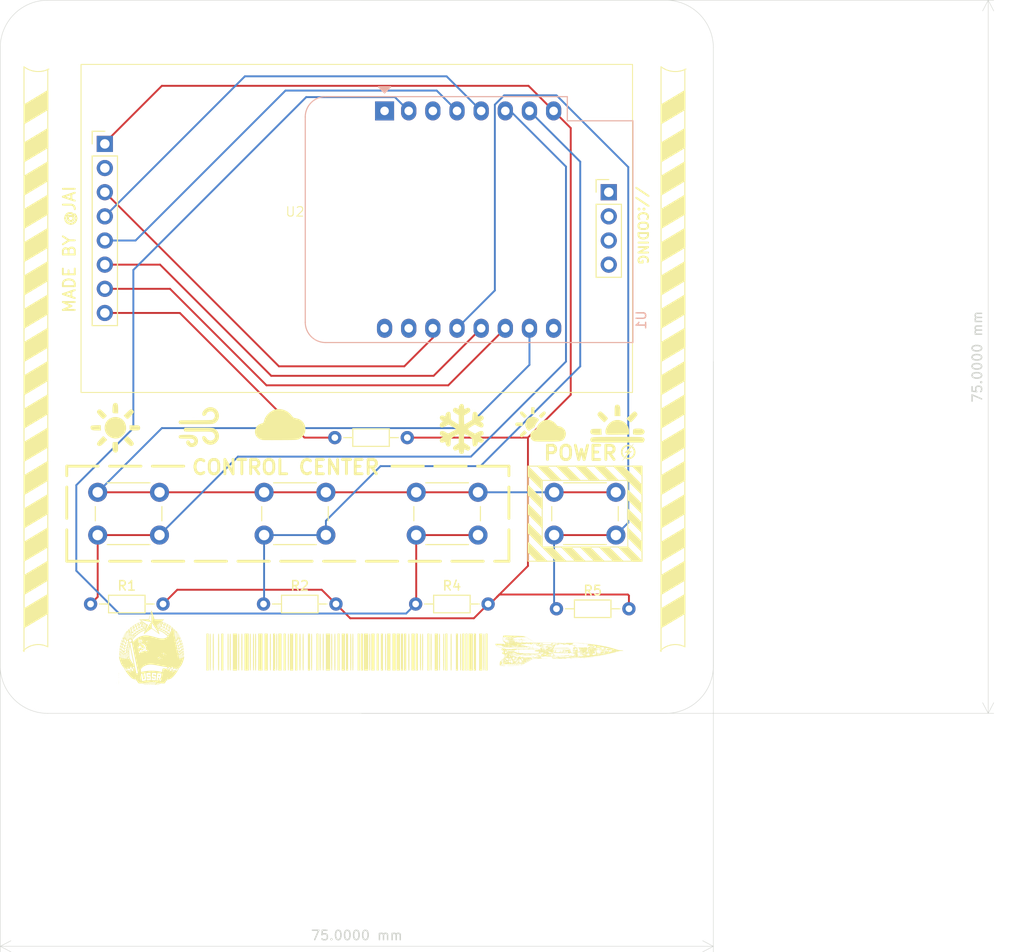
<source format=kicad_pcb>
(kicad_pcb (version 20240108) (generator "pcbnew") (generator_version "8.0")
  (layers (0 "F.Cu" signal) (31 "B.Cu" signal) (34 "B.Paste" user) (35 "F.Paste" user) (36 "B.SilkS" user "B.Silkscreen") (37 "F.SilkS" user "F.Silkscreen") (38 "B.Mask" user) (39 "F.Mask" user) (44 "Edge.Cuts" user))
  (net 0 "")
  (net 1 "LED")
  (net 2 "Net-(U2-LED)")
  (net 3 "BT2")
  (net 4 "GND")
  (net 5 "RESET")
  (net 7 "SCK")
  (net 9 "AO")
  (net 10 "BT3")
  (net 11 "LCD CS")
  (net 13 "BT1")
  (net 14 "MOSI")
  (net 15 "+5V")
  (net 21 "BT4")
  (footprint "Resistor_THT:R_Axial_DIN0204_L3.6mm_D1.6mm_P7.62mm_Horizontal" (layer "F.Cu") (at 143.785 122.5)
    (property "Reference" "R2" (at 3.81 -1.92 0) (layer "F.SilkS"))
    (property "Value" "10kR")
    (pad "1" thru_hole circle (at 0 0) (size 1.4 1.4) (drill 0.7) (layers "*.Cu" "*.Mask") (net 3 "BT2"))
    (pad "2" thru_hole oval (at 7.62 0) (size 1.4 1.4) (drill 0.7) (layers "*.Cu" "*.Mask") (net 1 "LED"))
  )
  (footprint "LOGO" (layer "F.Cu") (at 182.095 106.5)
    (property "Reference" "G***" (hide yes))
    (property "Value" "LOGO" (hide yes))
  )
  (footprint "Button_Switch_THT:SW_PUSH_6mm_H5mm" (layer "F.Cu") (at 174.345 110.75)
    (property "Reference" "SW4" (hide yes))
    (property "Value" "SW_Push")
    (pad "1" thru_hole circle (at 0 0 90) (size 2 2) (drill 1.1) (layers "*.Cu" "*.Mask") (net 4 "GND"))
    (pad "1" thru_hole circle (at 6.5 0 90) (size 2 2) (drill 1.1) (layers "*.Cu" "*.Mask") (net 4 "GND"))
    (pad "2" thru_hole circle (at 0 4.5 90) (size 2 2) (drill 1.1) (layers "*.Cu" "*.Mask") (net 21 "BT4"))
    (pad "2" thru_hole circle (at 6.5 4.5 90) (size 2 2) (drill 1.1) (layers "*.Cu" "*.Mask") (net 21 "BT4"))
  )
  (footprint "asylum-weather:TFT_ST7735_SD" (layer "F.Cu") (at 147.095 82.75)
    (property "Reference" "U2" (at 0 -1.5 0) (layer "F.SilkS") (effects (font (thickness 0.1))))
    (property "Value" "TFT_ST7735_SD")
    (pad "" np_thru_hole circle (at -19.5 -14) (size 3.2 3.2) (drill 3.2) (layers "*.Cu" "*.Mask"))
    (pad "" np_thru_hole circle (at -19.5 14.5) (size 3.2 3.2) (drill 3.2) (layers "*.Cu" "*.Mask"))
    (pad "" np_thru_hole circle (at 32.5 -14) (size 3.2 3.2) (drill 3.2) (layers "*.Cu" "*.Mask"))
    (pad "" np_thru_hole circle (at 32.5 14.5) (size 3.2 3.2) (drill 3.2) (layers "*.Cu" "*.Mask"))
    (pad "1" thru_hole rect (at -20 -8.64) (size 1.7 1.7) (drill 1) (layers "*.Cu" "*.Mask") (net 1 "LED"))
    (pad "2" thru_hole oval (at -20 -6.1) (size 1.7 1.7) (drill 1) (layers "*.Cu" "*.Mask"))
    (pad "3" thru_hole oval (at -20 -3.56) (size 1.7 1.7) (drill 1) (layers "*.Cu" "*.Mask") (net 11 "LCD CS"))
    (pad "4" thru_hole oval (at -20 -1.02) (size 1.7 1.7) (drill 1) (layers "*.Cu" "*.Mask") (net 5 "RESET"))
    (pad "5" thru_hole oval (at -20 1.52) (size 1.7 1.7) (drill 1) (layers "*.Cu" "*.Mask") (net 9 "AO"))
    (pad "6" thru_hole oval (at -20 4.06) (size 1.7 1.7) (drill 1) (layers "*.Cu" "*.Mask") (net 14 "MOSI"))
    (pad "7" thru_hole oval (at -20 6.6) (size 1.7 1.7) (drill 1) (layers "*.Cu" "*.Mask") (net 7 "SCK"))
    (pad "8" thru_hole oval (at -20 9.14) (size 1.7 1.7) (drill 1) (layers "*.Cu" "*.Mask") (net 2 "Net-(U2-LED)"))
    (pad "9" thru_hole rect (at 33 -3.56) (size 1.7 1.7) (drill 1) (layers "*.Cu" "*.Mask"))
    (pad "10" thru_hole oval (at 33 -1.02) (size 1.7 1.7) (drill 1) (layers "*.Cu" "*.Mask"))
    (pad "11" thru_hole oval (at 33 1.52) (size 1.7 1.7) (drill 1) (layers "*.Cu" "*.Mask"))
    (pad "12" thru_hole oval (at 33 4.06) (size 1.7 1.7) (drill 1) (layers "*.Cu" "*.Mask"))
  )
  (footprint "Button_Switch_THT:SW_PUSH_6mm_H5mm" (layer "F.Cu") (at 126.345 110.75)
    (property "Reference" "SW1" (hide yes))
    (property "Value" "SW_Push")
    (pad "1" thru_hole circle (at 0 0 90) (size 2 2) (drill 1.1) (layers "*.Cu" "*.Mask") (net 4 "GND"))
    (pad "1" thru_hole circle (at 6.5 0 90) (size 2 2) (drill 1.1) (layers "*.Cu" "*.Mask") (net 4 "GND"))
    (pad "2" thru_hole circle (at 0 4.5 90) (size 2 2) (drill 1.1) (layers "*.Cu" "*.Mask") (net 13 "BT1"))
    (pad "2" thru_hole circle (at 6.5 4.5 90) (size 2 2) (drill 1.1) (layers "*.Cu" "*.Mask") (net 13 "BT1"))
  )
  (footprint "" (layer "F.Cu") (at 187.095 64)
    (property "Reference" "" (at 0 0 0) (layer "F.SilkS") (effects (font (size 1.27 1.27))))
    (property "Value" "")
    (pad "" np_thru_hole circle (at 0 0) (size 3.2 3.2) (drill 3.2) (layers "*.Cu" "*.Mask"))
  )
  (footprint "Resistor_THT:R_Axial_DIN0204_L3.6mm_D1.6mm_P7.62mm_Horizontal" (layer "F.Cu") (at 174.595 123)
    (property "Reference" "R5" (at 3.81 -1.92 0) (layer "F.SilkS"))
    (property "Value" "10kR")
    (pad "1" thru_hole circle (at 0 0) (size 1.4 1.4) (drill 0.7) (layers "*.Cu" "*.Mask") (net 21 "BT4"))
    (pad "2" thru_hole oval (at 7.62 0) (size 1.4 1.4) (drill 0.7) (layers "*.Cu" "*.Mask") (net 1 "LED"))
  )
  (footprint "Button_Switch_THT:SW_PUSH_6mm_H5mm" (layer "F.Cu") (at 159.845 110.75)
    (property "Reference" "SW3" (hide yes))
    (property "Value" "SW_Push")
    (pad "1" thru_hole circle (at 0 0 90) (size 2 2) (drill 1.1) (layers "*.Cu" "*.Mask") (net 4 "GND"))
    (pad "1" thru_hole circle (at 6.5 0 90) (size 2 2) (drill 1.1) (layers "*.Cu" "*.Mask") (net 4 "GND"))
    (pad "2" thru_hole circle (at 0 4.5 90) (size 2 2) (drill 1.1) (layers "*.Cu" "*.Mask") (net 10 "BT3"))
    (pad "2" thru_hole circle (at 6.5 4.5 90) (size 2 2) (drill 1.1) (layers "*.Cu" "*.Mask") (net 10 "BT3"))
  )
  (footprint "LOGO" (layer "F.Cu") (at 181.095 103.5)
    (property "Reference" "G***" (hide yes))
    (property "Value" "LOGO" (hide yes))
  )
  (footprint "LOGO" (layer "F.Cu") (at 132.095 127)
    (property "Reference" "G***" (hide yes))
    (property "Value" "LOGO" (hide yes))
  )
  (footprint "" (layer "F.Cu") (at 120.095 129)
    (property "Reference" "" (at 0 0 0) (layer "F.SilkS") (effects (font (size 1.27 1.27))))
    (property "Value" "")
    (pad "" np_thru_hole circle (at 0 0) (size 3.2 3.2) (drill 3.2) (layers "*.Cu" "*.Mask"))
  )
  (footprint "LOGO" (layer "F.Cu") (at 137.095 104)
    (property "Reference" "G***" (hide yes))
    (property "Value" "LOGO" (hide yes))
  )
  (footprint "LOGO" (layer "F.Cu") (at 173.095 103.5)
    (property "Reference" "G***" (hide yes))
    (property "Value" "LOGO" (hide yes))
  )
  (footprint "Resistor_THT:R_Axial_DIN0204_L3.6mm_D1.6mm_P7.62mm_Horizontal" (layer "F.Cu") (at 125.595 122.5)
    (property "Reference" "R1" (at 3.81 -1.92 0) (layer "F.SilkS"))
    (property "Value" "10kR")
    (pad "1" thru_hole circle (at 0 0) (size 1.4 1.4) (drill 0.7) (layers "*.Cu" "*.Mask") (net 13 "BT1"))
    (pad "2" thru_hole oval (at 7.62 0) (size 1.4 1.4) (drill 0.7) (layers "*.Cu" "*.Mask") (net 1 "LED"))
  )
  (footprint "Resistor_THT:R_Axial_DIN0204_L3.6mm_D1.6mm_P7.62mm_Horizontal" (layer "F.Cu") (at 159.785 122.5)
    (property "Reference" "R4" (at 3.81 -1.92 0) (layer "F.SilkS"))
    (property "Value" "10kR")
    (pad "1" thru_hole circle (at 0 0) (size 1.4 1.4) (drill 0.7) (layers "*.Cu" "*.Mask") (net 10 "BT3"))
    (pad "2" thru_hole oval (at 7.62 0) (size 1.4 1.4) (drill 0.7) (layers "*.Cu" "*.Mask") (net 1 "LED"))
  )
  (footprint "LOGO" (layer "F.Cu") (at 175.095 127.5 -90)
    (property "Reference" "G***" (hide yes))
    (property "Value" "LOGO" (hide yes))
  )
  (footprint "LOGO" (layer "F.Cu") (at 152.595 127.5)
    (property "Reference" "G***" (hide yes))
    (property "Value" "LOGO" (hide yes))
  )
  (footprint "Button_Switch_THT:SW_PUSH_6mm_H5mm" (layer "F.Cu") (at 143.845 110.75)
    (property "Reference" "SW2" (hide yes))
    (property "Value" "SW_Push")
    (pad "1" thru_hole circle (at 0 0 90) (size 2 2) (drill 1.1) (layers "*.Cu" "*.Mask") (net 4 "GND"))
    (pad "1" thru_hole circle (at 6.5 0 90) (size 2 2) (drill 1.1) (layers "*.Cu" "*.Mask") (net 4 "GND"))
    (pad "2" thru_hole circle (at 0 4.5 90) (size 2 2) (drill 1.1) (layers "*.Cu" "*.Mask") (net 3 "BT2"))
    (pad "2" thru_hole circle (at 6.5 4.5 90) (size 2 2) (drill 1.1) (layers "*.Cu" "*.Mask") (net 3 "BT2"))
  )
  (footprint "LOGO" (layer "F.Cu") (at 145.595 103.5)
    (property "Reference" "G***" (hide yes))
    (property "Value" "LOGO" (hide yes))
  )
  (footprint "LOGO" (layer "F.Cu") (at 128.095 104)
    (property "Reference" "G***" (hide yes))
    (property "Value" "LOGO" (hide yes))
  )
  (footprint "" (layer "F.Cu") (at 120.095 64)
    (property "Reference" "" (at 0 0 0) (layer "F.SilkS") (effects (font (size 1.27 1.27))))
    (property "Value" "")
    (pad "" np_thru_hole circle (at 0 0) (size 3.2 3.2) (drill 3.2) (layers "*.Cu" "*.Mask"))
  )
  (footprint "Resistor_THT:R_Axial_DIN0204_L3.6mm_D1.6mm_P7.62mm_Horizontal" (layer "F.Cu") (at 151.285 105)
    (property "Reference" "R3" (hide yes))
    (property "Value" "10R")
    (pad "1" thru_hole circle (at 0 0) (size 1.4 1.4) (drill 0.7) (layers "*.Cu" "*.Mask") (net 2 "Net-(U2-LED)"))
    (pad "2" thru_hole oval (at 7.62 0) (size 1.4 1.4) (drill 0.7) (layers "*.Cu" "*.Mask") (net 1 "LED"))
  )
  (footprint "LOGO" (layer "F.Cu") (at 164.595 104)
    (property "Reference" "G***" (hide yes))
    (property "Value" "LOGO" (hide yes))
  )
  (footprint "" (layer "F.Cu") (at 187.095 129)
    (property "Reference" "" (at 0 0 0) (layer "F.SilkS") (effects (font (size 1.27 1.27))))
    (property "Value" "")
    (pad "" np_thru_hole circle (at 0 0) (size 3.2 3.2) (drill 3.2) (layers "*.Cu" "*.Mask"))
  )
  (footprint "RF_Module:WEMOS_D1_mini_light" (layer "B.Cu") (at 156.515 70.64 -90)
    (property "Reference" "U1" (at 22 -27 90) (layer "B.SilkS") (effects (justify mirror)))
    (property "Value" "WEMOS_C3_Mini")
    (pad "1" thru_hole rect (at 0 0 270) (size 2 2) (drill 0.9) (layers "*.Cu" "*.Mask"))
    (pad "2" thru_hole oval (at 0 -2.54 270) (size 2 1.6) (drill 0.9) (layers "*.Cu" "*.Mask") (net 10 "BT3"))
    (pad "3" thru_hole oval (at 0 -5.08 270) (size 2 1.6) (drill 0.9) (layers "*.Cu" "*.Mask"))
    (pad "4" thru_hole oval (at 0 -7.62 270) (size 2 1.6) (drill 0.9) (layers "*.Cu" "*.Mask") (net 9 "AO"))
    (pad "5" thru_hole oval (at 0 -10.16 270) (size 2 1.6) (drill 0.9) (layers "*.Cu" "*.Mask") (net 5 "RESET"))
    (pad "6" thru_hole oval (at 0 -12.7 270) (size 2 1.6) (drill 0.9) (layers "*.Cu" "*.Mask") (net 13 "BT1"))
    (pad "7" thru_hole oval (at 0 -15.24 270) (size 2 1.6) (drill 0.9) (layers "*.Cu" "*.Mask") (net 3 "BT2"))
    (pad "8" thru_hole oval (at 0 -17.78 270) (size 2 1.6) (drill 0.9) (layers "*.Cu" "*.Mask") (net 1 "LED"))
    (pad "9" thru_hole oval (at 22.86 -17.78 270) (size 2 1.6) (drill 0.9) (layers "*.Cu" "*.Mask") (net 15 "+5V"))
    (pad "10" thru_hole oval (at 22.86 -15.24 270) (size 2 1.6) (drill 0.9) (layers "*.Cu" "*.Mask") (net 4 "GND"))
    (pad "11" thru_hole oval (at 22.86 -12.7 270) (size 2 1.6) (drill 0.9) (layers "*.Cu" "*.Mask") (net 7 "SCK"))
    (pad "12" thru_hole oval (at 22.86 -10.16 270) (size 2 1.6) (drill 0.9) (layers "*.Cu" "*.Mask") (net 14 "MOSI"))
    (pad "13" thru_hole oval (at 22.86 -7.62 270) (size 2 1.6) (drill 0.9) (layers "*.Cu" "*.Mask") (net 21 "BT4"))
    (pad "14" thru_hole oval (at 22.86 -5.08 270) (size 2 1.6) (drill 0.9) (layers "*.Cu" "*.Mask") (net 11 "LCD CS"))
    (pad "15" thru_hole oval (at 22.86 -2.54 270) (size 2 1.6) (drill 0.9) (layers "*.Cu" "*.Mask"))
    (pad "16" thru_hole oval (at 22.86 0 270) (size 2 1.6) (drill 0.9) (layers "*.Cu" "*.Mask"))
  )
  (gr_poly (pts (xy 182.095 108.5) (xy 182.095 109.5) (xy 183.595 111) (xy 183.595 110)) (stroke (width 0.1)) (fill solid) (layer "F.SilkS"))
  (gr_poly (pts (xy 121.095 100.5) (xy 121.095 102.5) (xy 118.595 104) (xy 118.595 102)) (stroke (width 0.1)) (fill solid) (layer "F.SilkS"))
  (gr_poly (pts (xy 121.095 86.5) (xy 121.095 88.5) (xy 118.595 90) (xy 118.595 88)) (stroke (width 0.1)) (fill solid) (layer "F.SilkS"))
  (gr_arc (start 121.213034 66.236068) (mid 119.870486 66.489898) (end 118.595 66) (stroke (width 0.1)) (layer "F.SilkS"))
  (gr_poly (pts (xy 121.095 121.5) (xy 121.095 123.5) (xy 118.595 125) (xy 118.595 123)) (stroke (width 0.1)) (fill solid) (layer "F.SilkS"))
  (gr_poly (pts (xy 188.095 104) (xy 188.095 106) (xy 185.595 107.5) (xy 185.595 105.5)) (stroke (width 0.1)) (fill solid) (layer "F.SilkS"))
  (gr_poly (pts (xy 121.095 107.5) (xy 121.095 109.5) (xy 118.595 111) (xy 118.595 109)) (stroke (width 0.1)) (fill solid) (layer "F.SilkS"))
  (gr_poly (pts (xy 188.095 93.5) (xy 188.095 95.5) (xy 185.595 97) (xy 185.595 95)) (stroke (width 0.1)) (fill solid) (layer "F.SilkS"))
  (gr_poly (pts (xy 180.595 108) (xy 181.595 108) (xy 182.595 109) (xy 182.095 109.5)) (stroke (width 0.1)) (fill solid) (layer "F.SilkS"))
  (gr_poly (pts (xy 188.095 83) (xy 188.095 85) (xy 185.595 86.5) (xy 185.595 84.5)) (stroke (width 0.1)) (fill solid) (layer "F.SilkS"))
  (gr_poly (pts (xy 188.095 118) (xy 188.095 120) (xy 185.595 121.5) (xy 185.595 119.5)) (stroke (width 0.1)) (fill solid) (layer "F.SilkS"))
  (gr_poly (pts (xy 188.095 86.5) (xy 188.095 88.5) (xy 185.595 90) (xy 185.595 88)) (stroke (width 0.1)) (fill solid) (layer "F.SilkS"))
  (gr_poly (pts (xy 171.595 110) (xy 171.595 111) (xy 173.095 112.5) (xy 173.095 111.5)) (stroke (width 0.1)) (fill solid) (layer "F.SilkS"))
  (gr_poly (pts (xy 173.095 110.5) (xy 173.095 109.5) (xy 171.595 108) (xy 171.595 109)) (stroke (width 0.1)) (fill solid) (layer "F.SilkS"))
  (gr_poly (pts (xy 188.095 114.5) (xy 188.095 116.5) (xy 185.595 118) (xy 185.595 116)) (stroke (width 0.1)) (fill solid) (layer "F.SilkS"))
  (gr_rect (start 173.095 109.5) (end 182.095 116.5) (stroke (width 0.1)) (fill none) (layer "F.SilkS"))
  (gr_poly (pts (xy 181.095 116.5) (xy 182.095 116.5) (xy 183.595 118) (xy 182.595 118)) (stroke (width 0.1)) (fill solid) (layer "F.SilkS"))
  (gr_poly (pts (xy 177.095 116.5) (xy 178.095 116.5) (xy 179.595 118) (xy 178.595 118)) (stroke (width 0.1)) (fill solid) (layer "F.SilkS"))
  (gr_poly (pts (xy 171.595 112) (xy 171.595 113) (xy 173.095 114.5) (xy 173.095 113.5)) (stroke (width 0.1)) (fill solid) (layer "F.SilkS"))
  (gr_poly (pts (xy 188.095 121.5) (xy 188.095 123.5) (xy 185.595 125) (xy 185.595 123)) (stroke (width 0.1)) (fill solid) (layer "F.SilkS"))
  (gr_poly (pts (xy 182.095 110.5) (xy 182.095 111.5) (xy 183.595 113) (xy 183.595 112)) (stroke (width 0.1)) (fill solid) (layer "F.SilkS"))
  (gr_poly (pts (xy 121.095 72.5) (xy 121.095 74.5) (xy 118.595 76) (xy 118.595 74)) (stroke (width 0.1)) (fill solid) (layer "F.SilkS"))
  (gr_poly (pts (xy 175.095 116.5) (xy 176.095 116.5) (xy 177.595 118) (xy 176.595 118)) (stroke (width 0.1)) (fill solid) (layer "F.SilkS"))
  (gr_poly (pts (xy 188.095 100.5) (xy 188.095 102.5) (xy 185.595 104) (xy 185.595 102)) (stroke (width 0.1)) (fill solid) (layer "F.SilkS"))
  (gr_poly (pts (xy 188.095 79.5) (xy 188.095 81.5) (xy 185.595 83) (xy 185.595 81)) (stroke (width 0.1)) (fill solid) (layer "F.SilkS"))
  (gr_poly (pts (xy 185.595 72) (xy 185.595 70) (xy 188.095 68.5) (xy 188.095 70.5)) (stroke (width 0.1)) (fill solid) (layer "F.SilkS"))
  (gr_poly (pts (xy 171.595 114) (xy 171.595 115) (xy 173.095 116.5) (xy 173.095 115.5)) (stroke (width 0.1)) (fill solid) (layer "F.SilkS"))
  (gr_poly (pts (xy 179.095 116.5) (xy 180.095 116.5) (xy 181.595 118) (xy 180.595 118)) (stroke (width 0.1)) (fill solid) (layer "F.SilkS"))
  (gr_arc (start 118.513862 127.418862) (mid 119.736822 126.792806) (end 121.095 127.000001) (stroke (width 0.1)) (layer "F.SilkS"))
  (gr_poly (pts (xy 121.095 79.5) (xy 121.095 81.5) (xy 118.595 83) (xy 118.595 81)) (stroke (width 0.1)) (fill solid) (layer "F.SilkS"))
  (gr_poly (pts (xy 121.095 111) (xy 121.095 113) (xy 118.595 114.5) (xy 118.595 112.5)) (stroke (width 0.1)) (fill solid) (layer "F.SilkS"))
  (gr_poly (pts (xy 178.595 108) (xy 179.595 108) (xy 181.095 109.5) (xy 180.095 109.5)) (stroke (width 0.1)) (fill solid) (layer "F.SilkS"))
  (gr_poly (pts (xy 188.095 90) (xy 188.095 92) (xy 185.595 93.5) (xy 185.595 91.5)) (stroke (width 0.1)) (fill solid) (layer "F.SilkS"))
  (gr_poly (pts (xy 182.095 114.5) (xy 182.095 115.5) (xy 183.595 117) (xy 183.595 116)) (stroke (width 0.1)) (fill solid) (layer "F.SilkS"))
  (gr_poly (pts (xy 188.095 76) (xy 188.095 78) (xy 185.595 79.5) (xy 185.595 77.5)) (stroke (width 0.1)) (fill solid) (layer "F.SilkS"))
  (gr_poly (pts (xy 171.595 117) (xy 172.595 117) (xy 173.595 118) (xy 172.595 118)) (stroke (width 0.1)) (fill solid) (layer "F.SilkS"))
  (gr_poly (pts (xy 182.595 108) (xy 183.595 109) (xy 183.595 108)) (stroke (width 0.1)) (fill solid) (layer "F.SilkS"))
  (gr_poly (pts (xy 121.095 114.5) (xy 121.095 116.5) (xy 118.595 118) (xy 118.595 116)) (stroke (width 0.1)) (fill solid) (layer "F.SilkS"))
  (gr_line (start 185.595 127.5) (end 185.595 66) (stroke (width 0.1)) (layer "F.SilkS"))
  (gr_poly (pts (xy 188.095 72.5) (xy 188.095 74.5) (xy 185.595 76) (xy 185.595 74)) (stroke (width 0.1)) (fill solid) (layer "F.SilkS"))
  (gr_line (start 123.095 118) (end 169.595 118) (stroke (width 0.3) (type dash)) (layer "F.SilkS"))
  (gr_poly (pts (xy 121.095 76) (xy 121.095 78) (xy 118.595 79.5) (xy 118.595 77.5)) (stroke (width 0.1)) (fill solid) (layer "F.SilkS"))
  (gr_line (start 169.595 118) (end 169.595 108) (stroke (width 0.3) (type dash)) (layer "F.SilkS"))
  (gr_line (start 121.095 127) (end 121.095 66.25) (stroke (width 0.1)) (layer "F.SilkS"))
  (gr_line (start 123.095 108) (end 135.595 108) (stroke (width 0.3) (type dash)) (layer "F.SilkS"))
  (gr_poly (pts (xy 121.095 83) (xy 121.095 85) (xy 118.595 86.5) (xy 118.595 84.5)) (stroke (width 0.1)) (fill solid) (layer "F.SilkS"))
  (gr_poly (pts (xy 171.595 116) (xy 171.595 117) (xy 172.595 118) (xy 172.595 117)) (stroke (width 0.1)) (fill solid) (layer "F.SilkS"))
  (gr_line (start 169.595 108) (end 157.095 108) (stroke (width 0.3) (type dash)) (layer "F.SilkS"))
  (gr_rect (start 171.595 108) (end 183.595 118) (stroke (width 0.1)) (fill none) (layer "F.SilkS"))
  (gr_poly (pts (xy 121.095 93.5) (xy 121.095 95.5) (xy 118.595 97) (xy 118.595 95)) (stroke (width 0.1)) (fill solid) (layer "F.SilkS"))
  (gr_line (start 188.095 127) (end 188.095 66.25) (stroke (width 0.1)) (layer "F.SilkS"))
  (gr_arc (start 185.513862 127.418862) (mid 186.736822 126.792806) (end 188.095 127.000001) (stroke (width 0.1)) (layer "F.SilkS"))
  (gr_arc (start 188.213034 66.236068) (mid 186.870486 66.489898) (end 185.595 66) (stroke (width 0.1)) (layer "F.SilkS"))
  (gr_poly (pts (xy 121.095 90) (xy 121.095 92) (xy 118.595 93.5) (xy 118.595 91.5)) (stroke (width 0.1)) (fill solid) (layer "F.SilkS"))
  (gr_poly (pts (xy 188.095 111) (xy 188.095 113) (xy 185.595 114.5) (xy 185.595 112.5)) (stroke (width 0.1)) (fill solid) (layer "F.SilkS"))
  (gr_poly (pts (xy 172.595 108) (xy 173.595 108) (xy 175.095 109.5) (xy 174.095 109.5)) (stroke (width 0.1)) (fill solid) (layer "F.SilkS"))
  (gr_poly (pts (xy 176.595 108) (xy 177.595 108) (xy 179.095 109.5) (xy 178.095 109.5)) (stroke (width 0.1)) (fill solid) (layer "F.SilkS"))
  (gr_poly (pts (xy 121.095 97) (xy 121.095 99) (xy 118.595 100.5) (xy 118.595 98.5)) (stroke (width 0.1)) (fill solid) (layer "F.SilkS"))
  (gr_line (start 118.595 127.5) (end 118.595 66) (stroke (width 0.1)) (layer "F.SilkS"))
  (gr_poly (pts (xy 188.095 107.5) (xy 188.095 109.5) (xy 185.595 111) (xy 185.595 109)) (stroke (width 0.1)) (fill solid) (layer "F.SilkS"))
  (gr_poly (pts (xy 121.095 118) (xy 121.095 120) (xy 118.595 121.5) (xy 118.595 119.5)) (stroke (width 0.1)) (fill solid) (layer "F.SilkS"))
  (gr_poly (pts (xy 173.095 116.5) (xy 174.095 116.5) (xy 175.595 118) (xy 174.595 118)) (stroke (width 0.1)) (fill solid) (layer "F.SilkS"))
  (gr_poly (pts (xy 188.095 97) (xy 188.095 99) (xy 185.595 100.5) (xy 185.595 98.5)) (stroke (width 0.1)) (fill solid) (layer "F.SilkS"))
  (gr_line (start 123.095 118) (end 123.095 108) (stroke (width 0.3) (type dash)) (layer "F.SilkS"))
  (gr_poly (pts (xy 121.095 104) (xy 121.095 106) (xy 118.595 107.5) (xy 118.595 105.5)) (stroke (width 0.1)) (fill solid) (layer "F.SilkS"))
  (gr_poly (pts (xy 118.595 72) (xy 118.595 70) (xy 121.095 68.5) (xy 121.095 70.5)) (stroke (width 0.1)) (fill solid) (layer "F.SilkS"))
  (gr_poly (pts (xy 182.095 112.5) (xy 182.095 113.5) (xy 183.595 115) (xy 183.595 114)) (stroke (width 0.1)) (fill solid) (layer "F.SilkS"))
  (gr_poly (pts (xy 174.595 108) (xy 175.595 108) (xy 177.095 109.5) (xy 176.095 109.5)) (stroke (width 0.1)) (fill solid) (layer "F.SilkS"))
  (gr_line (start 186.095 59) (end 121.095 59) (stroke (width 0.05)) (layer "Edge.Cuts"))
  (gr_line (start 116.095 129) (end 116.095 64) (stroke (width 0.05)) (layer "Edge.Cuts"))
  (gr_line (start 121.095 134) (end 186.095 134) (stroke (width 0.05)) (layer "Edge.Cuts"))
  (gr_arc (start 186.095 59) (mid 189.630534 60.464466) (end 191.095 64) (stroke (width 0.05)) (layer "Edge.Cuts"))
  (gr_arc (start 191.095 129) (mid 189.630534 132.535534) (end 186.095 134) (stroke (width 0.05)) (layer "Edge.Cuts"))
  (gr_arc (start 121.095 134) (mid 117.559466 132.535534) (end 116.095 129) (stroke (width 0.05)) (layer "Edge.Cuts"))
  (gr_line (start 191.095 129) (end 191.095 64) (stroke (width 0.05)) (layer "Edge.Cuts"))
  (gr_arc (start 116.095 64) (mid 117.559466 60.464466) (end 121.095 59) (stroke (width 0.05)) (layer "Edge.Cuts"))
  (gr_text "CONTROL CENTER" (at 136.095 109 0) (layer "F.SilkS") (effects (font (size 1.5 1.5) (thickness 0.3)) (justify left bottom)))
  (gr_text "POWER\n" (at 173.095 107.5 0) (layer "F.SilkS") (effects (font (size 1.5 1.5) (thickness 0.3) (bold yes)) (justify left bottom)))
  (gr_text "MADE BY @JAI" (at 124.095 92 90) (layer "F.SilkS") (effects (font (size 1.25 1.25) (thickness 0.2) (bold yes)) (justify left bottom)))
  (gr_text "//:CODING" (at 183.095 78.5 270) (layer "F.SilkS") (effects (font (size 1 1) (thickness 0.2) (bold yes)) (justify left bottom)))
  (dimension (type aligned) (layer "Edge.Cuts") (pts (xy 153.595 134) (xy 153.595 59)) (height 66.405) (gr_text "75.0000 mm" (at 218.85 96.5 90) (layer "Edge.Cuts") (effects (font (size 1 1) (thickness 0.15)))) (format (prefix "") (suffix "") (units 3) (units_format 1) (precision 4)) (style (thickness 0.05) (arrow_length 1.27) (text_position_mode 0) (extension_height 0.58642) (extension_offset 0.5) keep_text_aligned))
  (dimension (type aligned) (layer "Edge.Cuts") (pts (xy 191.095 96.5) (xy 116.095 96.5)) (height -62) (gr_text "75.0000 mm" (at 153.595 157.35 0) (layer "Edge.Cuts") (effects (font (size 1 1) (thickness 0.15)))) (format (prefix "") (suffix "") (units 3) (units_format 1) (precision 4)) (style (thickness 0.05) (arrow_length 1.27) (text_position_mode 0) (extension_height 0.58642) (extension_offset 0.5) keep_text_aligned))
  (segment (start 127.095 74.11) (end 127.095 74) (width 0.2) (layer "F.Cu") (net 1))
  (segment (start 165.905 124) (end 167.405 122.5) (width 0.2) (layer "F.Cu") (net 1))
  (segment (start 133.095 68) (end 171.655 68) (width 0.2) (layer "F.Cu") (net 1))
  (segment (start 149.905 121) (end 151.405 122.5) (width 0.2) (layer "F.Cu") (net 1))
  (segment (start 151.405 122.5) (end 152.905 124) (width 0.2) (layer "F.Cu") (net 1))
  (segment (start 171.595 105) (end 171.595 118.5) (width 0.2) (layer "F.Cu") (net 1))
  (segment (start 134.715 121) (end 149.905 121) (width 0.2) (layer "F.Cu") (net 1))
  (segment (start 176.095 72.44) (end 176.095 100.5) (width 0.2) (layer "F.Cu") (net 1))
  (segment (start 168.345 121.75) (end 168.595 121.5) (width 0.2) (layer "F.Cu") (net 1))
  (segment (start 171.655 68) (end 174.295 70.64) (width 0.2) (layer "F.Cu") (net 1))
  (segment (start 167.405 122.5) (end 167.595 122.5) (width 0.2) (layer "F.Cu") (net 1))
  (segment (start 127.095 74) (end 133.095 68) (width 0.2) (layer "F.Cu") (net 1))
  (segment (start 167.595 122.5) (end 168.345 121.75) (width 0.2) (layer "F.Cu") (net 1))
  (segment (start 182.095 121.5) (end 182.215 121.62) (width 0.2) (layer "F.Cu") (net 1))
  (segment (start 171.595 118.5) (end 168.345 121.75) (width 0.2) (layer "F.Cu") (net 1))
  (segment (start 152.905 124) (end 165.905 124) (width 0.2) (layer "F.Cu") (net 1))
  (segment (start 176.095 100.5) (end 171.595 105) (width 0.2) (layer "F.Cu") (net 1))
  (segment (start 168.595 121.5) (end 182.095 121.5) (width 0.2) (layer "F.Cu") (net 1))
  (segment (start 182.215 121.62) (end 182.215 123) (width 0.2) (layer "F.Cu") (net 1))
  (segment (start 133.215 122.5) (end 134.715 121) (width 0.2) (layer "F.Cu") (net 1))
  (segment (start 174.295 70.64) (end 176.095 72.44) (width 0.2) (layer "F.Cu") (net 1))
  (segment (start 171.595 105) (end 158.905 105) (width 0.2) (layer "F.Cu") (net 1))
  (segment (start 148.095 105) (end 151.285 105) (width 0.2) (layer "F.Cu") (net 2))
  (segment (start 127.095 91.89) (end 134.985 91.89) (width 0.2) (layer "F.Cu") (net 2))
  (segment (start 134.985 91.89) (end 148.095 105) (width 0.2) (layer "F.Cu") (net 2))
  (segment (start 156.095 108) (end 150.345 113.75) (width 0.2) (layer "B.Cu") (net 3))
  (segment (start 143.845 115.25) (end 143.845 122.44) (width 0.2) (layer "B.Cu") (net 3))
  (segment (start 166.602716 108) (end 156.095 108) (width 0.2) (layer "B.Cu") (net 3))
  (segment (start 150.345 113.75) (end 150.345 115.25) (width 0.2) (layer "B.Cu") (net 3))
  (segment (start 143.845 122.44) (end 143.785 122.5) (width 0.2) (layer "B.Cu") (net 3))
  (segment (start 150.345 115.25) (end 143.845 115.25) (width 0.2) (layer "B.Cu") (net 3))
  (segment (start 177.095 97.507716) (end 166.602716 108) (width 0.2) (layer "B.Cu") (net 3))
  (segment (start 171.755 70.64) (end 177.095 75.98) (width 0.2) (layer "B.Cu") (net 3))
  (segment (start 177.095 75.98) (end 177.095 97.507716) (width 0.2) (layer "B.Cu") (net 3))
  (segment (start 150.345 110.75) (end 143.845 110.75) (width 0.2) (layer "F.Cu") (net 4))
  (segment (start 174.345 110.75) (end 180.845 110.75) (width 0.2) (layer "F.Cu") (net 4))
  (segment (start 159.845 110.75) (end 166.345 110.75) (width 0.2) (layer "F.Cu") (net 4))
  (segment (start 132.845 110.75) (end 126.345 110.75) (width 0.2) (layer "F.Cu") (net 4))
  (segment (start 143.845 110.75) (end 132.845 110.75) (width 0.2) (layer "F.Cu") (net 4))
  (segment (start 150.345 110.75) (end 159.845 110.75) (width 0.2) (layer "F.Cu") (net 4))
  (segment (start 166.345 110.75) (end 174.345 110.75) (width 0.2) (layer "B.Cu") (net 4))
  (segment (start 133.095 104) (end 126.345 110.75) (width 0.2) (layer "B.Cu") (net 4))
  (segment (start 171.755 93.5) (end 171.755 97.34) (width 0.2) (layer "B.Cu") (net 4))
  (segment (start 171.755 97.34) (end 165.095 104) (width 0.2) (layer "B.Cu") (net 4))
  (segment (start 165.095 104) (end 133.095 104) (width 0.2) (layer "B.Cu") (net 4))
  (segment (start 141.825 67) (end 163.035 67) (width 0.2) (layer "B.Cu") (net 5))
  (segment (start 163.035 67) (end 166.675 70.64) (width 0.2) (layer "B.Cu") (net 5))
  (segment (start 127.095 81.73) (end 141.825 67) (width 0.2) (layer "B.Cu") (net 5))
  (segment (start 163.215 99.5) (end 169.215 93.5) (width 0.2) (layer "F.Cu") (net 7))
  (segment (start 144.095 99.5) (end 163.215 99.5) (width 0.2) (layer "F.Cu") (net 7))
  (segment (start 133.945 89.35) (end 144.095 99.5) (width 0.2) (layer "F.Cu") (net 7))
  (segment (start 127.095 89.35) (end 133.945 89.35) (width 0.2) (layer "F.Cu") (net 7))
  (segment (start 146.095 68.5) (end 161.995 68.5) (width 0.2) (layer "B.Cu") (net 9))
  (segment (start 127.095 84.27) (end 130.325 84.27) (width 0.2) (layer "B.Cu") (net 9))
  (segment (start 161.995 68.5) (end 164.135 70.64) (width 0.2) (layer "B.Cu") (net 9))
  (segment (start 130.325 84.27) (end 146.095 68.5) (width 0.2) (layer "B.Cu") (net 9))
  (segment (start 159.845 115.25) (end 166.345 115.25) (width 0.2) (layer "F.Cu") (net 10))
  (segment (start 159.845 115.25) (end 159.845 122.44) (width 0.2) (layer "F.Cu") (net 10))
  (segment (start 159.845 122.44) (end 159.785 122.5) (width 0.2) (layer "F.Cu") (net 10))
  (segment (start 124.095 110) (end 124.095 119) (width 0.2) (layer "B.Cu") (net 10))
  (segment (start 130.095 104) (end 124.095 110) (width 0.2) (layer "B.Cu") (net 10))
  (segment (start 130.095 87.368578) (end 130.095 104) (width 0.2) (layer "B.Cu") (net 10))
  (segment (start 157.605 69.19) (end 148.273578 69.19) (width 0.2) (layer "B.Cu") (net 10))
  (segment (start 159.055 70.64) (end 157.605 69.19) (width 0.2) (layer "B.Cu") (net 10))
  (segment (start 158.785 123.5) (end 159.785 122.5) (width 0.2) (layer "B.Cu") (net 10))
  (segment (start 124.095 119) (end 128.595 123.5) (width 0.2) (layer "B.Cu") (net 10))
  (segment (start 128.595 123.5) (end 158.785 123.5) (width 0.2) (layer "B.Cu") (net 10))
  (segment (start 148.273578 69.19) (end 130.095 87.368578) (width 0.2) (layer "B.Cu") (net 10))
  (segment (start 145.405 97.5) (end 158.595 97.5) (width 0.2) (layer "F.Cu") (net 11))
  (segment (start 161.595 94.5) (end 161.595 93.5) (width 0.2) (layer "F.Cu") (net 11))
  (segment (start 158.595 97.5) (end 161.595 94.5) (width 0.2) (layer "F.Cu") (net 11))
  (segment (start 127.095 79.19) (end 145.405 97.5) (width 0.2) (layer "F.Cu") (net 11))
  (segment (start 126.345 121.75) (end 125.595 122.5) (width 0.2) (layer "F.Cu") (net 13))
  (segment (start 126.345 115.25) (end 126.345 121.75) (width 0.2) (layer "F.Cu") (net 13))
  (segment (start 126.345 115.25) (end 132.845 115.25) (width 0.2) (layer "F.Cu") (net 13))
  (segment (start 141.095 107) (end 132.845 115.25) (width 0.2) (layer "B.Cu") (net 13))
  (segment (start 175.595 76.5) (end 175.595 97) (width 0.2) (layer "B.Cu") (net 13))
  (segment (start 175.595 97) (end 165.595 107) (width 0.2) (layer "B.Cu") (net 13))
  (segment (start 165.595 107) (end 141.095 107) (width 0.2) (layer "B.Cu") (net 13))
  (segment (start 169.735 70.64) (end 175.595 76.5) (width 0.2) (layer "B.Cu") (net 13))
  (segment (start 169.215 70.64) (end 169.735 70.64) (width 0.2) (layer "B.Cu") (net 13))
  (segment (start 132.905 86.81) (end 144.595 98.5) (width 0.2) (layer "F.Cu") (net 14))
  (segment (start 127.095 86.81) (end 132.905 86.81) (width 0.2) (layer "F.Cu") (net 14))
  (segment (start 144.595 98.5) (end 161.675 98.5) (width 0.2) (layer "F.Cu") (net 14))
  (segment (start 161.675 98.5) (end 166.675 93.5) (width 0.2) (layer "F.Cu") (net 14))
  (segment (start 174.345 115.25) (end 180.845 115.25) (width 0.2) (layer "F.Cu") (net 21))
  (segment (start 168.115 89.52) (end 168.115 69.98) (width 0.2) (layer "B.Cu") (net 21))
  (segment (start 182.145 113.95) (end 180.845 115.25) (width 0.2) (layer "B.Cu") (net 21))
  (segment (start 174.345 122.75) (end 174.595 123) (width 0.2) (layer "B.Cu") (net 21))
  (segment (start 168.115 69.98) (end 169.095 69) (width 0.2) (layer "B.Cu") (net 21))
  (segment (start 174.345 115.25) (end 174.345 122.75) (width 0.2) (layer "B.Cu") (net 21))
  (segment (start 164.135 93.5) (end 168.115 89.52) (width 0.2) (layer "B.Cu") (net 21))
  (segment (start 169.095 69) (end 174.595 69) (width 0.2) (layer "B.Cu") (net 21))
  (segment (start 174.595 69) (end 182.145 76.55) (width 0.2) (layer "B.Cu") (net 21))
  (segment (start 182.145 76.55) (end 182.145 113.95) (width 0.2) (layer "B.Cu") (net 21))
)
</source>
